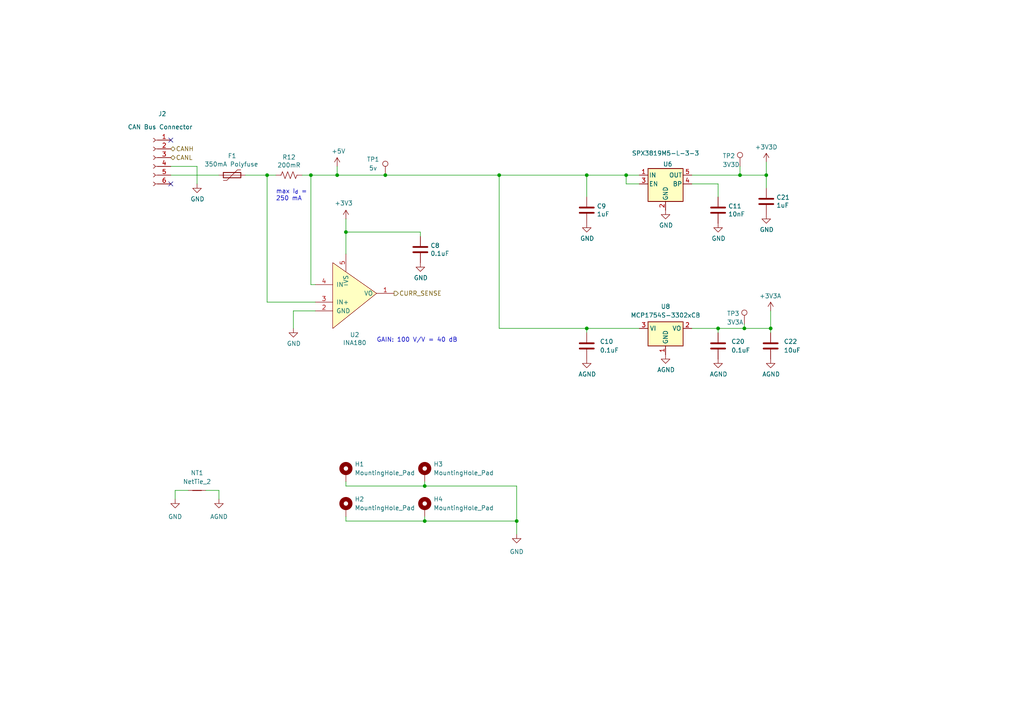
<source format=kicad_sch>
(kicad_sch (version 20231120) (generator "eeschema") (generator_version "8.0")
  (paper "A4")
  (lib_symbols
    (symbol "Connector:Conn_01x06_Socket" (pin_names (offset 1.016) hide)
      (property "Reference" "J" (at 0 7.62 0))
      (property "Value" "Conn_01x06_Socket" (at 0 -10.16 0))
      (symbol "Conn_01x06_Socket_1_1"
        (arc (start 0 -7.112) (mid -0.5058 -7.62) (end 0 -8.128) (stroke (width 0.1524)))
        (arc (start 0 -4.572) (mid -0.5058 -5.08) (end 0 -5.588) (stroke (width 0.1524)))
        (arc (start 0 -2.032) (mid -0.5058 -2.54) (end 0 -3.048) (stroke (width 0.1524)))
        (polyline (pts (xy -1.27 -7.62) (xy -0.508 -7.62)) (stroke (width 0.1524)))
        (polyline (pts (xy -1.27 -5.08) (xy -0.508 -5.08)) (stroke (width 0.1524)))
        (polyline (pts (xy -1.27 -2.54) (xy -0.508 -2.54)) (stroke (width 0.1524)))
        (polyline (pts (xy -1.27 0) (xy -0.508 0)) (stroke (width 0.1524)))
        (polyline (pts (xy -1.27 2.54) (xy -0.508 2.54)) (stroke (width 0.1524)))
        (polyline (pts (xy -1.27 5.08) (xy -0.508 5.08)) (stroke (width 0.1524)))
        (arc (start 0 0.508) (mid -0.5058 0) (end 0 -0.508) (stroke (width 0.1524)))
        (arc (start 0 3.048) (mid -0.5058 2.54) (end 0 2.032) (stroke (width 0.1524)))
        (arc (start 0 5.588) (mid -0.5058 5.08) (end 0 4.572) (stroke (width 0.1524)))
        (pin passive line (at -5.08 5.08 0) (length 3.81) (name "Pin_1") (number "1"))
        (pin passive line (at -5.08 2.54 0) (length 3.81) (name "Pin_2") (number "2"))
        (pin passive line (at -5.08 0 0) (length 3.81) (name "Pin_3") (number "3"))
        (pin passive line (at -5.08 -2.54 0) (length 3.81) (name "Pin_4") (number "4"))
        (pin passive line (at -5.08 -5.08 0) (length 3.81) (name "Pin_5") (number "5"))
        (pin passive line (at -5.08 -7.62 0) (length 3.81) (name "Pin_6") (number "6"))
      )
    )
    (symbol "Connector:TestPoint" (pin_numbers hide) (pin_names (offset 0.762) hide)
      (property "Reference" "TP" (at 0 6.858 0))
      (property "Value" "TestPoint" (at 0 5.08 0))
      (symbol "TestPoint_0_1"
        (circle (center 0 3.302) (radius 0.762))
      )
      (symbol "TestPoint_1_1"
        (pin passive line (at 0 0 90) (length 2.54) (name "1") (number "1"))
      )
    )
    (symbol "Device:C" (pin_numbers hide) (pin_names (offset 0.254))
      (property "Reference" "C" (at 0.635 2.54 0))
      (property "Value" "C" (at 0.635 -2.54 0))
      (symbol "C_0_1"
        (polyline (pts (xy -2.032 -0.762) (xy 2.032 -0.762)) (stroke (width 0.508)))
        (polyline (pts (xy -2.032 0.762) (xy 2.032 0.762)) (stroke (width 0.508)))
      )
      (symbol "C_1_1"
        (pin passive line (at 0 3.81 270) (length 2.794) (name "~") (number "1"))
        (pin passive line (at 0 -3.81 90) (length 2.794) (name "~") (number "2"))
      )
    )
    (symbol "Device:NetTie_2" (pin_numbers hide) (pin_names (offset 0) hide) (in_bom no)
      (property "Reference" "NT" (at 0 1.27 0))
      (property "Value" "NetTie_2" (at 0 -1.27 0))
      (symbol "NetTie_2_0_1"
        (polyline (pts (xy -1.27 0) (xy 1.27 0)) (stroke (width 0.254)))
      )
      (symbol "NetTie_2_1_1"
        (pin passive line (at -2.54 0 0) (length 2.54) (name "1") (number "1"))
        (pin passive line (at 2.54 0 180) (length 2.54) (name "2") (number "2"))
      )
    )
    (symbol "Device:Polyfuse" (pin_numbers hide) (pin_names (offset 0))
      (property "Reference" "F" (at -2.54 0 90))
      (property "Value" "Polyfuse" (at 2.54 0 90))
      (symbol "Polyfuse_0_1"
        (rectangle (start -0.762 2.54) (end 0.762 -2.54) (stroke (width 0.254)))
        (polyline (pts (xy 0 2.54) (xy 0 -2.54)))
        (polyline (pts (xy -1.524 2.54) (xy -1.524 1.524) (xy 1.524 -1.524) (xy 1.524 -2.54)))
      )
      (symbol "Polyfuse_1_1"
        (pin passive line (at 0 3.81 270) (length 1.27) (name "~") (number "1"))
        (pin passive line (at 0 -3.81 90) (length 1.27) (name "~") (number "2"))
      )
    )
    (symbol "Device:R_US" (pin_numbers hide) (pin_names (offset 0))
      (property "Reference" "R" (at 2.54 0 90))
      (property "Value" "R_US" (at -2.54 0 90))
      (symbol "R_US_0_1"
        (polyline (pts (xy 0 -2.286) (xy 0 -2.54)))
        (polyline (pts (xy 0 2.286) (xy 0 2.54)))
        (polyline (pts (xy 0 -0.762) (xy 1.016 -1.143) (xy 0 -1.524) (xy -1.016 -1.905) (xy 0 -2.286)))
        (polyline (pts (xy 0 0.762) (xy 1.016 0.381) (xy 0 0) (xy -1.016 -0.381) (xy 0 -0.762)))
        (polyline (pts (xy 0 2.286) (xy 1.016 1.905) (xy 0 1.524) (xy -1.016 1.143) (xy 0 0.762)))
      )
      (symbol "R_US_1_1"
        (pin passive line (at 0 3.81 270) (length 1.27) (name "~") (number "1"))
        (pin passive line (at 0 -3.81 90) (length 1.27) (name "~") (number "2"))
      )
    )
    (symbol "Mechanical:MountingHole_Pad" (pin_numbers hide) (pin_names (offset 1.016) hide)
      (property "Reference" "H" (at 0 6.35 0))
      (property "Value" "MountingHole_Pad" (at 0 4.445 0))
      (symbol "MountingHole_Pad_0_1"
        (circle (center 0 1.27) (radius 1.27) (stroke (width 1.27)))
      )
      (symbol "MountingHole_Pad_1_1"
        (pin input line (at 0 -2.54 90) (length 2.54) (name "1") (number "1"))
      )
    )
    (symbol "Regulator_Linear:MCP1754S-3302xCB"
      (property "Reference" "U" (at -3.81 3.175 0))
      (property "Value" "MCP1754S-3302xCB" (at -0.635 3.175 0))
      (symbol "MCP1754S-3302xCB_0_1"
        (rectangle (start -5.08 -5.08) (end 5.08 1.905) (stroke (width 0.254)) (fill (type background)))
      )
      (symbol "MCP1754S-3302xCB_1_1"
        (pin power_in line (at 0 -7.62 90) (length 2.54) (name "GND") (number "1"))
        (pin power_out line (at 7.62 0 180) (length 2.54) (name "VO") (number "2"))
        (pin power_in line (at -7.62 0 0) (length 2.54) (name "VI") (number "3"))
      )
    )
    (symbol "Regulator_Linear:SPX3819M5-L-3-3" (pin_names (offset 0.254))
      (property "Reference" "U" (at -3.81 5.715 0))
      (property "Value" "SPX3819M5-L-3-3" (at 0 5.715 0))
      (symbol "SPX3819M5-L-3-3_0_1"
        (rectangle (start -5.08 4.445) (end 5.08 -5.08) (stroke (width 0.254)) (fill (type background)))
      )
      (symbol "SPX3819M5-L-3-3_1_1"
        (pin power_in line (at -7.62 2.54 0) (length 2.54) (name "IN") (number "1"))
        (pin power_in line (at 0 -7.62 90) (length 2.54) (name "GND") (number "2"))
        (pin input line (at -7.62 0 0) (length 2.54) (name "EN") (number "3"))
        (pin input line (at 7.62 0 180) (length 2.54) (name "BP") (number "4"))
        (pin power_out line (at 7.62 2.54 180) (length 2.54) (name "OUT") (number "5"))
      )
    )
    (symbol "canhw:INA180" (pin_names (offset 1.016))
      (property "Reference" "U" (at -5.08 13.97 0))
      (property "Value" "INA180" (at -11.43 15.24 0))
      (symbol "INA180_0_1"
        (polyline (pts (xy 5.08 0) (xy -7.62 8.89)))
        (polyline (pts (xy -7.62 8.89) (xy -7.62 -10.16) (xy 5.08 0)) (fill (type background)))
      )
      (symbol "INA180_1_1"
        (pin output line (at 10.16 0 180) (length 5.08) (name "VO") (number "1"))
        (pin power_in line (at -12.7 -5.08 0) (length 5.08) (name "GND") (number "2"))
        (pin input line (at -12.7 -2.54 0) (length 5.08) (name "IN+") (number "3"))
        (pin input line (at -12.7 2.54 0) (length 5.08) (name "IN-") (number "4"))
        (pin power_in line (at -3.81 11.43 270) (length 5.08) (name "VS") (number "5"))
      )
    )
    (symbol "power:+3V3" (power) (pin_numbers hide) (pin_names (offset 0) hide)
      (property "Value" "+3V3" (at 0 3.556 0))
      (symbol "+3V3_0_1"
        (polyline (pts (xy -0.762 1.27) (xy 0 2.54)))
        (polyline (pts (xy 0 0) (xy 0 2.54)))
        (polyline (pts (xy 0 2.54) (xy 0.762 1.27)))
      )
      (symbol "+3V3_1_1"
        (pin power_in line (at 0 0 90) (length 0) (name "~") (number "1"))
      )
    )
    (symbol "power:+5V" (power) (pin_names (offset 0))
      (property "Value" "+5V" (at 0 3.556 0))
      (symbol "+5V_0_1"
        (polyline (pts (xy -0.762 1.27) (xy 0 2.54)))
        (polyline (pts (xy 0 0) (xy 0 2.54)))
        (polyline (pts (xy 0 2.54) (xy 0.762 1.27)))
      )
      (symbol "+5V_1_1"
        (pin power_in line (at 0 0 90) (length 0) hide (name "+5V") (number "1"))
      )
    )
    (symbol "power:GND" (power) (pin_names (offset 0))
      (property "Value" "GND" (at 0 -3.81 0))
      (symbol "GND_0_1"
        (polyline (pts (xy 0 0) (xy 0 -1.27) (xy 1.27 -1.27) (xy 0 -2.54) (xy -1.27 -1.27) (xy 0 -1.27)))
      )
      (symbol "GND_1_1"
        (pin power_in line (at 0 0 270) (length 0) hide (name "GND") (number "1"))
      )
    )
  )
  (junction (at 97.79 50.8))
  (junction (at 181.61 50.8))
  (junction (at 215.9 95.25))
  (junction (at 222.25 50.8))
  (junction (at 111.76 50.8))
  (junction (at 214.63 50.8))
  (junction (at 123.19 140.97))
  (junction (at 144.78 50.8))
  (junction (at 170.18 50.8))
  (junction (at 223.52 95.25))
  (junction (at 208.28 95.25))
  (junction (at 77.47 50.8))
  (junction (at 123.19 151.13))
  (junction (at 100.33 67.31))
  (junction (at 170.18 95.25))
  (junction (at 90.17 50.8))
  (junction (at 149.86 151.13))
  (no_connect (at 49.53 53.34))
  (no_connect (at 49.53 40.64))
  (wire (pts (xy 223.52 95.25) (xy 223.52 96.52)))
  (wire (pts (xy 208.28 95.25) (xy 215.9 95.25)))
  (wire (pts (xy 170.18 95.25) (xy 170.18 96.52)))
  (wire (pts (xy 100.33 63.5) (xy 100.33 67.31)))
  (wire (pts (xy 144.78 95.25) (xy 144.78 50.8)))
  (wire (pts (xy 208.28 53.34) (xy 200.66 53.34)))
  (wire (pts (xy 50.8 142.24) (xy 50.8 144.78)))
  (wire (pts (xy 144.78 95.25) (xy 170.18 95.25)))
  (wire (pts (xy 71.12 50.8) (xy 77.47 50.8)))
  (wire (pts (xy 97.79 48.26) (xy 97.79 50.8)))
  (wire (pts (xy 63.5 142.24) (xy 59.69 142.24)))
  (wire (pts (xy 63.5 144.78) (xy 63.5 142.24)))
  (wire (pts (xy 100.33 139.7) (xy 100.33 140.97)))
  (wire (pts (xy 49.53 50.8) (xy 63.5 50.8)))
  (wire (pts (xy 87.63 50.8) (xy 90.17 50.8)))
  (wire (pts (xy 214.63 48.26) (xy 214.63 50.8)))
  (wire (pts (xy 170.18 50.8) (xy 181.61 50.8)))
  (wire (pts (xy 123.19 151.13) (xy 149.86 151.13)))
  (wire (pts (xy 223.52 95.25) (xy 223.52 90.17)))
  (wire (pts (xy 90.17 50.8) (xy 97.79 50.8)))
  (wire (pts (xy 208.28 95.25) (xy 208.28 96.52)))
  (wire (pts (xy 123.19 139.7) (xy 123.19 140.97)))
  (wire (pts (xy 85.09 90.17) (xy 91.44 90.17)))
  (wire (pts (xy 185.42 95.25) (xy 170.18 95.25)))
  (wire (pts (xy 222.25 54.61) (xy 222.25 50.8)))
  (wire (pts (xy 149.86 151.13) (xy 149.86 154.94)))
  (wire (pts (xy 77.47 87.63) (xy 77.47 50.8)))
  (wire (pts (xy 100.33 140.97) (xy 123.19 140.97)))
  (wire (pts (xy 200.66 50.8) (xy 214.63 50.8)))
  (wire (pts (xy 123.19 149.86) (xy 123.19 151.13)))
  (wire (pts (xy 111.76 50.8) (xy 144.78 50.8)))
  (wire (pts (xy 121.92 68.58) (xy 121.92 67.31)))
  (wire (pts (xy 91.44 82.55) (xy 90.17 82.55)))
  (wire (pts (xy 90.17 82.55) (xy 90.17 50.8)))
  (wire (pts (xy 77.47 50.8) (xy 80.01 50.8)))
  (wire (pts (xy 85.09 90.17) (xy 85.09 95.25)))
  (wire (pts (xy 222.25 46.99) (xy 222.25 50.8)))
  (wire (pts (xy 49.53 48.26) (xy 57.15 48.26)))
  (wire (pts (xy 144.78 50.8) (xy 170.18 50.8)))
  (wire (pts (xy 100.33 151.13) (xy 123.19 151.13)))
  (wire (pts (xy 54.61 142.24) (xy 50.8 142.24)))
  (wire (pts (xy 97.79 50.8) (xy 111.76 50.8)))
  (wire (pts (xy 121.92 67.31) (xy 100.33 67.31)))
  (wire (pts (xy 181.61 53.34) (xy 185.42 53.34)))
  (wire (pts (xy 123.19 140.97) (xy 149.86 140.97)))
  (wire (pts (xy 149.86 140.97) (xy 149.86 151.13)))
  (wire (pts (xy 200.66 95.25) (xy 208.28 95.25)))
  (wire (pts (xy 57.15 48.26) (xy 57.15 53.34)))
  (wire (pts (xy 215.9 93.98) (xy 215.9 95.25)))
  (wire (pts (xy 100.33 67.31) (xy 100.33 73.66)))
  (wire (pts (xy 91.44 87.63) (xy 77.47 87.63)))
  (wire (pts (xy 170.18 50.8) (xy 170.18 57.15)))
  (wire (pts (xy 208.28 57.15) (xy 208.28 53.34)))
  (wire (pts (xy 181.61 53.34) (xy 181.61 50.8)))
  (wire (pts (xy 100.33 149.86) (xy 100.33 151.13)))
  (wire (pts (xy 181.61 50.8) (xy 185.42 50.8)))
  (wire (pts (xy 215.9 95.25) (xy 223.52 95.25)))
  (wire (pts (xy 214.63 50.8) (xy 222.25 50.8)))
  (text "GAIN: 100 V/V = 40 dB" (at 109.22 99.441 0) (effects (font (size 1.27 1.27)) (justify left bottom)))
  (text "max I_{d} =\n250 mA" (at 80.01 58.42 0) (effects (font (size 1.27 1.27)) (justify left bottom)))
  (hierarchical_label "CANL" (shape bidirectional) (at 49.53 45.72 0))
  (hierarchical_label "CANH" (shape bidirectional) (at 49.53 43.18 0))
  (hierarchical_label "CURR_SENSE" (shape output) (at 114.3 85.09 0))
  (symbol (lib_id "power:GND") (at 149.86 154.94 0) (unit 1)
    (property "Reference" "#PWR32" (effects (hide yes)))
    (property "Value" "GND" (at 149.86 160.02 0))
  )
  (symbol (lib_id "power:+3V3") (at 222.25 46.99 0) (unit 1)
    (property "Reference" "#PWR56" (effects (hide yes)))
    (property "Value" "+3V3D" (at 218.948 42.672 0) (effects (justify left)))
    (property "Description" "Power symbol creates a global label with name \"+3V3\"" (effects (hide yes)))
  )
  (symbol (lib_id "Mechanical:MountingHole_Pad") (at 123.19 137.16 0) (unit 1)
    (property "Reference" "H3" (at 125.73 134.6199 0) (effects (justify left)))
    (property "Value" "MountingHole_Pad" (at 125.73 137.1599 0) (effects (justify left)))
    (property "Footprint" "MountingHole:MountingHole_3.2mm_M3_DIN965_Pad" (effects (hide yes)))
  )
  (symbol (lib_id "power:GND") (at 170.18 64.77 0) (unit 1)
    (property "Reference" "#PWR53" (effects (hide yes)))
    (property "Value" "GND" (at 170.307 69.1642 0))
  )
  (symbol (lib_id "Device:C") (at 170.18 60.96 0) (unit 1)
    (property "Reference" "C9" (at 173.101 59.7916 0) (effects (justify left)))
    (property "Value" "1uF" (at 173.101 62.103 0) (effects (justify left)))
    (property "Footprint" "Capacitor_SMD:C_0805_2012Metric_Pad1.18x1.45mm_HandSolder" (effects (hide yes)))
    (property "DigiKey" "1276-6470-1-ND" (effects (hide yes)))
  )
  (symbol (lib_id "Device:C") (at 208.28 100.33 0) (unit 1)
    (property "Reference" "C20" (at 212.09 99.0599 0) (effects (justify left)))
    (property "Value" "0.1uF" (at 212.09 101.5999 0) (effects (justify left)))
    (property "Footprint" "Capacitor_SMD:C_0805_2012Metric_Pad1.18x1.45mm_HandSolder" (effects (hide yes)))
    (property "Description" "Unpolarized capacitor" (effects (hide yes)))
  )
  (symbol (lib_id "power:+5V") (at 97.79 48.26 0) (unit 1)
    (property "Reference" "#PWR26" (effects (hide yes)))
    (property "Value" "+5V" (at 98.171 43.8658 0))
  )
  (symbol (lib_id "power:GND") (at 208.28 104.14 0) (unit 1)
    (property "Reference" "#PWR45" (effects (hide yes)))
    (property "Value" "AGND" (at 208.407 108.5342 0))
  )
  (symbol (lib_id "Device:C") (at 208.28 60.96 0) (unit 1)
    (property "Reference" "C11" (at 211.201 59.7916 0) (effects (justify left)))
    (property "Value" "10nF" (at 211.201 62.103 0) (effects (justify left)))
    (property "Footprint" "Capacitor_SMD:C_0805_2012Metric_Pad1.18x1.45mm_HandSolder" (effects (hide yes)))
    (property "DigiKey" "732-12169-1-ND" (effects (hide yes)))
  )
  (symbol (lib_id "Regulator_Linear:MCP1754S-3302xCB") (at 193.04 95.25 0) (unit 1)
    (property "Reference" "U8" (at 193.04 88.9 0))
    (property "Value" "MCP1754S-3302xCB" (at 193.04 91.44 0))
    (property "Footprint" "Package_TO_SOT_SMD:SOT-23" (effects (hide yes)))
    (property "Datasheet" "http://ww1.microchip.com/downloads/en/DeviceDoc/20002276C.pdf" (effects (hide yes)))
    (property "Description" "Fixed 150mA Low Dropout Voltage Regulator, Positive, 3.3V output, SOT-23" (effects (hide yes)))
  )
  (symbol (lib_id "Device:NetTie_2") (at 57.15 142.24 0) (unit 1) (in_bom no)
    (property "Reference" "NT1" (at 57.15 137.16 0))
    (property "Value" "NetTie_2" (at 57.15 139.7 0))
    (property "Description" "Net tie, 2 pins" (effects (hide yes)))
  )
  (symbol (lib_id "power:GND") (at 222.25 62.23 0) (unit 1)
    (property "Reference" "#PWR57" (effects (hide yes)))
    (property "Value" "GND" (at 222.377 66.6242 0))
  )
  (symbol (lib_id "power:GND") (at 223.52 104.14 0) (unit 1)
    (property "Reference" "#PWR50" (effects (hide yes)))
    (property "Value" "AGND" (at 223.647 108.5342 0))
  )
  (symbol (lib_id "power:GND") (at 193.04 102.87 0) (unit 1)
    (property "Reference" "#PWR20" (effects (hide yes)))
    (property "Value" "AGND" (at 193.167 107.2642 0))
  )
  (symbol (lib_id "power:GND") (at 121.92 76.2 0) (unit 1)
    (property "Reference" "#PWR29" (effects (hide yes)))
    (property "Value" "GND" (at 122.047 80.5942 0))
  )
  (symbol (lib_id "power:GND") (at 170.18 104.14 0) (unit 1)
    (property "Reference" "#PWR44" (effects (hide yes)))
    (property "Value" "AGND" (at 170.307 108.5342 0))
  )
  (symbol (lib_id "Mechanical:MountingHole_Pad") (at 123.19 147.32 0) (unit 1)
    (property "Reference" "H4" (at 125.73 144.7799 0) (effects (justify left)))
    (property "Value" "MountingHole_Pad" (at 125.73 147.3199 0) (effects (justify left)))
    (property "Footprint" "MountingHole:MountingHole_3.2mm_M3_DIN965_Pad" (effects (hide yes)))
  )
  (symbol (lib_id "Connector:Conn_01x06_Socket") (at 44.45 45.72 0) (mirror y) (unit 1)
    (property "Reference" "J2" (at 48.26 33.02 0) (effects (justify left)))
    (property "Value" "CAN Bus Connector" (at 55.88 36.83 0) (effects (justify left)))
    (property "Footprint" "Canhw:connector_Harwin_G125–MG10605M4P" (effects (hide yes)))
  )
  (symbol (lib_id "power:GND") (at 50.8 144.78 0) (unit 1)
    (property "Reference" "#PWR35" (effects (hide yes)))
    (property "Value" "GND" (at 50.8 149.86 0))
    (property "Description" "Power symbol creates a global label with name \"GND\" , ground" (effects (hide yes)))
  )
  (symbol (lib_id "canhw:INA180") (at 104.14 85.09 0) (unit 1)
    (property "Reference" "U2" (at 102.87 97.1042 0))
    (property "Value" "INA180" (at 102.87 99.4156 0))
    (property "Footprint" "Package_TO_SOT_SMD:SOT-23-5_HandSoldering" (effects (hide yes)))
    (property "Datasheet" "http://www.ti.com/lit/ds/symlink/ina180.pdf" (effects (hide yes)))
    (property "DigiKey" "296-INA180A3QDBVRQ1CT-ND" (effects (hide yes)))
  )
  (symbol (lib_id "power:GND") (at 208.28 64.77 0) (unit 1)
    (property "Reference" "#PWR55" (effects (hide yes)))
    (property "Value" "GND" (at 208.407 69.1642 0))
  )
  (symbol (lib_id "Connector:TestPoint") (at 111.76 50.8 0) (unit 1)
    (property "Reference" "TP1" (at 108.204 46.228 0))
    (property "Value" "5v" (at 108.204 48.768 0))
    (property "Footprint" "TestPoint:TestPoint_Pad_1.5x1.5mm" (effects (hide yes)))
    (property "Description" "test point" (effects (hide yes)))
  )
  (symbol (lib_id "power:GND") (at 63.5 144.78 0) (unit 1)
    (property "Reference" "#PWR36" (effects (hide yes)))
    (property "Value" "AGND" (at 63.5 149.86 0))
    (property "Description" "Power symbol creates a global label with name \"GND\" , ground" (effects (hide yes)))
  )
  (symbol (lib_id "Device:C") (at 170.18 100.33 0) (unit 1)
    (property "Reference" "C10" (at 173.99 99.0599 0) (effects (justify left)))
    (property "Value" "0.1uF" (at 173.99 101.5999 0) (effects (justify left)))
    (property "Footprint" "Capacitor_SMD:C_0805_2012Metric_Pad1.18x1.45mm_HandSolder" (effects (hide yes)))
    (property "Description" "Unpolarized capacitor" (effects (hide yes)))
  )
  (symbol (lib_id "Mechanical:MountingHole_Pad") (at 100.33 147.32 0) (unit 1)
    (property "Reference" "H2" (at 102.87 144.7799 0) (effects (justify left)))
    (property "Value" "MountingHole_Pad" (at 102.87 147.3199 0) (effects (justify left)))
    (property "Footprint" "MountingHole:MountingHole_3.2mm_M3_DIN965_Pad" (effects (hide yes)))
  )
  (symbol (lib_id "Connector:TestPoint") (at 214.63 48.26 0) (unit 1)
    (property "Reference" "TP2" (at 209.55 45.212 0) (effects (justify left)))
    (property "Value" "3V3D" (at 209.55 47.752 0) (effects (justify left)))
    (property "Footprint" "TestPoint:TestPoint_Pad_1.5x1.5mm" (effects (hide yes)))
    (property "Description" "test point" (effects (hide yes)))
  )
  (symbol (lib_id "Device:C") (at 223.52 100.33 0) (unit 1)
    (property "Reference" "C22" (at 227.33 99.0599 0) (effects (justify left)))
    (property "Value" "10uF" (at 227.33 101.5999 0) (effects (justify left)))
    (property "Footprint" "Capacitor_SMD:C_0805_2012Metric_Pad1.18x1.45mm_HandSolder" (effects (hide yes)))
    (property "Description" "Unpolarized capacitor" (effects (hide yes)))
  )
  (symbol (lib_id "power:+3V3") (at 100.33 63.5 0) (unit 1)
    (property "Reference" "#PWR27" (effects (hide yes)))
    (property "Value" "+3V3" (at 97.028 58.928 0) (effects (justify left)))
    (property "Description" "Power symbol creates a global label with name \"+3V3\"" (effects (hide yes)))
  )
  (symbol (lib_id "Device:R_US") (at 83.82 50.8 270) (unit 1)
    (property "Reference" "R12" (at 83.82 45.593 90))
    (property "Value" "200mR" (at 83.82 47.9044 90))
    (property "Footprint" "Resistor_SMD:R_0805_2012Metric_Pad1.20x1.40mm_HandSolder" (effects (hide yes)))
    (property "DigiKey" "WSLB-.20CT-ND" (effects (hide yes)))
  )
  (symbol (lib_id "Device:C") (at 222.25 58.42 0) (unit 1)
    (property "Reference" "C21" (at 225.171 57.2516 0) (effects (justify left)))
    (property "Value" "1uF" (at 225.171 59.563 0) (effects (justify left)))
    (property "Footprint" "Capacitor_SMD:C_0805_2012Metric_Pad1.18x1.45mm_HandSolder" (effects (hide yes)))
    (property "DigiKey" "1276-6470-1-ND" (effects (hide yes)))
  )
  (symbol (lib_id "Connector:TestPoint") (at 215.9 93.98 0) (unit 1)
    (property "Reference" "TP3" (at 210.82 90.932 0) (effects (justify left)))
    (property "Value" "3V3A" (at 210.82 93.472 0) (effects (justify left)))
    (property "Footprint" "TestPoint:TestPoint_Pad_1.5x1.5mm" (effects (hide yes)))
    (property "Description" "test point" (effects (hide yes)))
  )
  (symbol (lib_id "Mechanical:MountingHole_Pad") (at 100.33 137.16 0) (unit 1)
    (property "Reference" "H1" (at 102.87 134.6199 0) (effects (justify left)))
    (property "Value" "MountingHole_Pad" (at 102.87 137.1599 0) (effects (justify left)))
    (property "Footprint" "MountingHole:MountingHole_3.2mm_M3_DIN965_Pad" (effects (hide yes)))
  )
  (symbol (lib_id "power:GND") (at 85.09 95.25 0) (unit 1)
    (property "Reference" "#PWR25" (effects (hide yes)))
    (property "Value" "GND" (at 85.217 99.6442 0))
  )
  (symbol (lib_id "Regulator_Linear:SPX3819M5-L-3-3") (at 193.04 53.34 0) (unit 1)
    (property "Reference" "U6" (at 193.675 47.625 0))
    (property "Value" "SPX3819M5-L-3-3" (at 193.04 44.45 0))
    (property "Footprint" "Package_TO_SOT_SMD:SOT-23-5_HandSoldering" (effects (hide yes)))
    (property "Datasheet" "https://www.exar.com/content/document.ashx?id=22106&languageid=1033&type=Datasheet&partnumber=SPX3819&filename=SPX3819.pdf&part=SPX3819" (effects (hide yes)))
    (property "DigiKey" "1016-1873-1-ND" (effects (hide yes)))
  )
  (symbol (lib_id "power:+3V3") (at 223.52 90.17 0) (unit 1)
    (property "Reference" "#PWR42" (effects (hide yes)))
    (property "Value" "+3V3A" (at 220.218 85.852 0) (effects (justify left)))
    (property "Description" "Power symbol creates a global label with name \"+3V3\"" (effects (hide yes)))
  )
  (symbol (lib_id "Device:Polyfuse") (at 67.31 50.8 90) (unit 1)
    (property "Reference" "F1" (at 68.58 45.212 90) (effects (justify left)))
    (property "Value" "350mA Polyfuse" (at 74.93 47.625 90) (effects (justify left)))
    (property "Footprint" "Fuse:Fuse_1206_3216Metric_Pad1.42x1.75mm_HandSolder" (effects (hide yes)))
    (property "DigiKey" "F3732CT-ND" (effects (hide yes)))
  )
  (symbol (lib_id "Device:C") (at 121.92 72.39 0) (unit 1)
    (property "Reference" "C8" (at 124.841 71.2216 0) (effects (justify left)))
    (property "Value" "0.1uF" (at 124.841 73.533 0) (effects (justify left)))
    (property "Footprint" "Capacitor_SMD:C_0805_2012Metric_Pad1.18x1.45mm_HandSolder" (effects (hide yes)))
    (property "DigiKey" "311-1858-1-ND" (effects (hide yes)))
  )
  (symbol (lib_id "power:GND") (at 193.04 60.96 0) (unit 1)
    (property "Reference" "#PWR54" (effects (hide yes)))
    (property "Value" "GND" (at 193.167 65.3542 0))
  )
  (symbol (lib_id "power:GND") (at 57.15 53.34 0) (unit 1)
    (property "Reference" "#PWR4" (effects (hide yes)))
    (property "Value" "GND" (at 57.277 57.7342 0))
  )
)
</source>
